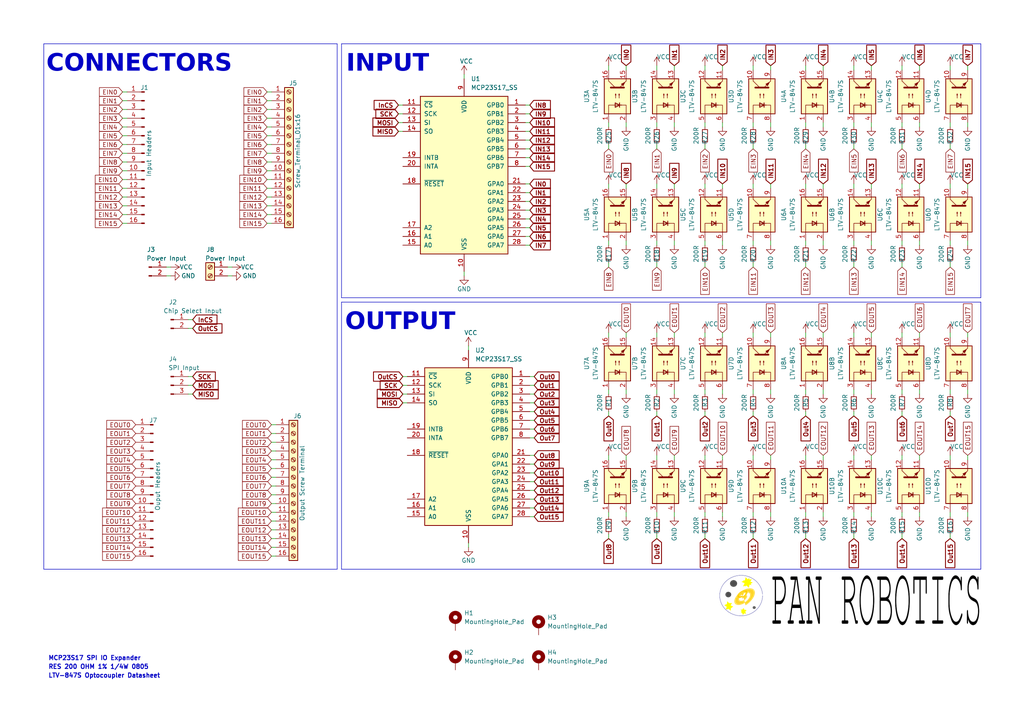
<source format=kicad_sch>
(kicad_sch (version 20230121) (generator eeschema)
  (paper "A4")
  (title_block (title "Robust IO Expander") (date "2023-09-18") (rev "V1") (company "Pan Robotics Ltd") (comment 1 "2"))
  (polyline (pts (xy 284.48 87.63) (xy 99.06 87.63)))
  (wire (pts (xy 176.53 77.47) (xy 176.53 76.2)))
  (wire (pts (xy 78.74 130.81) (xy 80.01 130.81)))
  (wire (pts (xy 233.68 96.52) (xy 233.68 97.79)))
  (wire (pts (xy 223.52 132.08) (xy 223.52 133.35)))
  (wire (pts (xy 218.44 71.12) (xy 218.44 69.85)))
  (wire (pts (xy 154.94 144.78) (xy 153.67 144.78)))
  (polyline (pts (xy 99.06 87.63) (xy 99.06 165.1)))
  (wire (pts (xy 238.76 35.56) (xy 238.76 36.83)))
  (wire (pts (xy 67.31 77.47) (xy 66.04 77.47)))
  (wire (pts (xy 233.68 19.05) (xy 233.68 20.32)))
  (wire (pts (xy 190.5 43.18) (xy 190.5 41.91)))
  (wire (pts (xy 77.47 31.75) (xy 78.74 31.75)))
  (wire (pts (xy 181.61 114.3) (xy 181.61 113.03)))
  (wire (pts (xy 154.94 149.86) (xy 153.67 149.86)))
  (wire (pts (xy 261.62 96.52) (xy 261.62 97.79)))
  (wire (pts (xy 238.76 53.34) (xy 238.76 54.61)))
  (wire (pts (xy 77.47 34.29) (xy 78.74 34.29)))
  (wire (pts (xy 77.47 62.23) (xy 78.74 62.23)))
  (wire (pts (xy 252.73 114.3) (xy 252.73 113.03)))
  (wire (pts (xy 190.5 132.08) (xy 190.5 133.35)))
  (wire (pts (xy 275.59 149.86) (xy 275.59 148.59)))
  (wire (pts (xy 116.84 116.84) (xy 118.11 116.84)))
  (polyline (pts (xy 284.48 87.63) (xy 284.48 165.1)))
  (wire (pts (xy 154.94 116.84) (xy 153.67 116.84)))
  (wire (pts (xy 55.88 109.22) (xy 54.61 109.22)))
  (wire (pts (xy 77.47 26.67) (xy 78.74 26.67)))
  (wire (pts (xy 115.57 35.56) (xy 116.84 35.56)))
  (wire (pts (xy 78.74 140.97) (xy 80.01 140.97)))
  (wire (pts (xy 218.44 77.47) (xy 218.44 76.2)))
  (wire (pts (xy 195.58 69.85) (xy 195.58 71.12)))
  (wire (pts (xy 190.5 120.65) (xy 190.5 119.38)))
  (wire (pts (xy 209.55 19.05) (xy 209.55 20.32)))
  (wire (pts (xy 261.62 19.05) (xy 261.62 20.32)))
  (polyline (pts (xy 12.7 12.7) (xy 97.79 12.7)))
  (wire (pts (xy 116.84 111.76) (xy 118.11 111.76)))
  (wire (pts (xy 154.94 119.38) (xy 153.67 119.38)))
  (wire (pts (xy 238.76 149.86) (xy 238.76 148.59)))
  (wire (pts (xy 153.67 63.5) (xy 152.4 63.5)))
  (wire (pts (xy 77.47 41.91) (xy 78.74 41.91)))
  (wire (pts (xy 153.67 71.12) (xy 152.4 71.12)))
  (wire (pts (xy 218.44 154.94) (xy 218.44 156.21)))
  (wire (pts (xy 204.47 156.21) (xy 204.47 154.94)))
  (wire (pts (xy 78.74 125.73) (xy 80.01 125.73)))
  (wire (pts (xy 280.67 132.08) (xy 280.67 133.35)))
  (wire (pts (xy 154.94 114.3) (xy 153.67 114.3)))
  (wire (pts (xy 181.61 149.86) (xy 181.61 148.59)))
  (wire (pts (xy 77.47 64.77) (xy 78.74 64.77)))
  (wire (pts (xy 176.53 36.83) (xy 176.53 35.56)))
  (wire (pts (xy 78.74 143.51) (xy 80.01 143.51)))
  (wire (pts (xy 218.44 19.05) (xy 218.44 20.32)))
  (wire (pts (xy 176.53 132.08) (xy 176.53 133.35)))
  (wire (pts (xy 233.68 132.08) (xy 233.68 133.35)))
  (wire (pts (xy 55.88 111.76) (xy 54.61 111.76)))
  (wire (pts (xy 78.74 133.35) (xy 80.01 133.35)))
  (wire (pts (xy 55.88 114.3) (xy 54.61 114.3)))
  (wire (pts (xy 116.84 109.22) (xy 118.11 109.22)))
  (wire (pts (xy 67.31 80.01) (xy 66.04 80.01)))
  (wire (pts (xy 204.47 114.3) (xy 204.47 113.03)))
  (wire (pts (xy 223.52 149.86) (xy 223.52 148.59)))
  (wire (pts (xy 190.5 53.34) (xy 190.5 54.61)))
  (wire (pts (xy 154.94 121.92) (xy 153.67 121.92)))
  (wire (pts (xy 190.5 96.52) (xy 190.5 97.79)))
  (wire (pts (xy 233.68 114.3) (xy 233.68 113.03)))
  (wire (pts (xy 261.62 71.12) (xy 261.62 69.85)))
  (wire (pts (xy 153.67 48.26) (xy 152.4 48.26)))
  (wire (pts (xy 223.52 69.85) (xy 223.52 71.12)))
  (wire (pts (xy 247.65 96.52) (xy 247.65 97.79)))
  (wire (pts (xy 223.52 114.3) (xy 223.52 113.03)))
  (wire (pts (xy 77.47 54.61) (xy 78.74 54.61)))
  (wire (pts (xy 247.65 77.47) (xy 247.65 76.2)))
  (wire (pts (xy 153.67 66.04) (xy 152.4 66.04)))
  (wire (pts (xy 209.55 35.56) (xy 209.55 36.83)))
  (wire (pts (xy 238.76 19.05) (xy 238.76 20.32)))
  (wire (pts (xy 181.61 35.56) (xy 181.61 36.83)))
  (wire (pts (xy 280.67 96.52) (xy 280.67 97.79)))
  (wire (pts (xy 247.65 43.18) (xy 247.65 41.91)))
  (wire (pts (xy 77.47 39.37) (xy 78.74 39.37)))
  (wire (pts (xy 204.47 96.52) (xy 204.47 97.79)))
  (wire (pts (xy 266.7 53.34) (xy 266.7 54.61)))
  (wire (pts (xy 154.94 132.08) (xy 153.67 132.08)))
  (wire (pts (xy 275.59 96.52) (xy 275.59 97.79)))
  (wire (pts (xy 247.65 36.83) (xy 247.65 35.56)))
  (wire (pts (xy 35.56 52.07) (xy 36.83 52.07)))
  (wire (pts (xy 247.65 53.34) (xy 247.65 54.61)))
  (wire (pts (xy 233.68 156.21) (xy 233.68 154.94)))
  (wire (pts (xy 153.67 58.42) (xy 152.4 58.42)))
  (wire (pts (xy 233.68 71.12) (xy 233.68 69.85)))
  (wire (pts (xy 209.55 132.08) (xy 209.55 133.35)))
  (wire (pts (xy 154.94 137.16) (xy 153.67 137.16)))
  (wire (pts (xy 176.53 114.3) (xy 176.53 113.03)))
  (wire (pts (xy 247.65 156.21) (xy 247.65 154.94)))
  (wire (pts (xy 266.7 69.85) (xy 266.7 71.12)))
  (wire (pts (xy 134.62 80.01) (xy 134.62 78.74)))
  (wire (pts (xy 153.67 55.88) (xy 152.4 55.88)))
  (wire (pts (xy 223.52 53.34) (xy 223.52 54.61)))
  (polyline (pts (xy 99.06 165.1) (xy 284.48 165.1)))
  (wire (pts (xy 280.67 149.86) (xy 280.67 148.59)))
  (wire (pts (xy 35.56 31.75) (xy 36.83 31.75)))
  (wire (pts (xy 78.74 128.27) (xy 80.01 128.27)))
  (wire (pts (xy 204.47 71.12) (xy 204.47 69.85)))
  (wire (pts (xy 233.68 149.86) (xy 233.68 148.59)))
  (wire (pts (xy 55.88 92.71) (xy 54.61 92.71)))
  (wire (pts (xy 77.47 36.83) (xy 78.74 36.83)))
  (wire (pts (xy 77.47 49.53) (xy 78.74 49.53)))
  (wire (pts (xy 280.67 69.85) (xy 280.67 71.12)))
  (wire (pts (xy 77.47 44.45) (xy 78.74 44.45)))
  (wire (pts (xy 176.53 96.52) (xy 176.53 97.79)))
  (wire (pts (xy 35.56 44.45) (xy 36.83 44.45)))
  (wire (pts (xy 233.68 53.34) (xy 233.68 54.61)))
  (wire (pts (xy 252.73 35.56) (xy 252.73 36.83)))
  (wire (pts (xy 77.47 52.07) (xy 78.74 52.07)))
  (polyline (pts (xy 99.06 86.36) (xy 284.48 86.36)))
  (wire (pts (xy 190.5 19.05) (xy 190.5 20.32)))
  (wire (pts (xy 35.56 34.29) (xy 36.83 34.29)))
  (wire (pts (xy 266.7 35.56) (xy 266.7 36.83)))
  (wire (pts (xy 223.52 96.52) (xy 223.52 97.79)))
  (wire (pts (xy 181.61 53.34) (xy 181.61 54.61)))
  (wire (pts (xy 266.7 114.3) (xy 266.7 113.03)))
  (wire (pts (xy 153.67 43.18) (xy 152.4 43.18)))
  (wire (pts (xy 247.65 120.65) (xy 247.65 119.38)))
  (wire (pts (xy 238.76 132.08) (xy 238.76 133.35)))
  (wire (pts (xy 49.53 77.47) (xy 48.26 77.47)))
  (wire (pts (xy 153.67 38.1) (xy 152.4 38.1)))
  (wire (pts (xy 252.73 53.34) (xy 252.73 54.61)))
  (wire (pts (xy 275.59 132.08) (xy 275.59 133.35)))
  (wire (pts (xy 176.53 53.34) (xy 176.53 54.61)))
  (wire (pts (xy 261.62 77.47) (xy 261.62 76.2)))
  (wire (pts (xy 218.44 120.65) (xy 218.44 119.38)))
  (wire (pts (xy 115.57 38.1) (xy 116.84 38.1)))
  (wire (pts (xy 261.62 43.18) (xy 261.62 41.91)))
  (wire (pts (xy 78.74 146.05) (xy 80.01 146.05)))
  (polyline (pts (xy 97.79 165.1) (xy 12.7 165.1)))
  (wire (pts (xy 154.94 124.46) (xy 153.67 124.46)))
  (wire (pts (xy 204.47 77.47) (xy 204.47 76.2)))
  (wire (pts (xy 190.5 114.3) (xy 190.5 113.03)))
  (wire (pts (xy 116.84 114.3) (xy 118.11 114.3)))
  (polyline (pts (xy 99.06 12.7) (xy 99.06 86.36)))
  (wire (pts (xy 195.58 53.34) (xy 195.58 54.61)))
  (wire (pts (xy 134.62 21.59) (xy 134.62 22.86)))
  (wire (pts (xy 223.52 35.56) (xy 223.52 36.83)))
  (wire (pts (xy 78.74 138.43) (xy 80.01 138.43)))
  (wire (pts (xy 204.47 120.65) (xy 204.47 119.38)))
  (wire (pts (xy 35.56 39.37) (xy 36.83 39.37)))
  (wire (pts (xy 176.53 19.05) (xy 176.53 20.32)))
  (wire (pts (xy 247.65 149.86) (xy 247.65 148.59)))
  (wire (pts (xy 77.47 59.69) (xy 78.74 59.69)))
  (wire (pts (xy 275.59 77.47) (xy 275.59 76.2)))
  (wire (pts (xy 154.94 142.24) (xy 153.67 142.24)))
  (wire (pts (xy 35.56 54.61) (xy 36.83 54.61)))
  (wire (pts (xy 252.73 96.52) (xy 252.73 97.79)))
  (wire (pts (xy 266.7 149.86) (xy 266.7 148.59)))
  (wire (pts (xy 195.58 132.08) (xy 195.58 133.35)))
  (wire (pts (xy 195.58 35.56) (xy 195.58 36.83)))
  (wire (pts (xy 176.53 71.12) (xy 176.53 69.85)))
  (wire (pts (xy 190.5 156.21) (xy 190.5 154.94)))
  (wire (pts (xy 176.53 149.86) (xy 176.53 148.59)))
  (wire (pts (xy 154.94 139.7) (xy 153.67 139.7)))
  (wire (pts (xy 181.61 96.52) (xy 181.61 97.79)))
  (wire (pts (xy 209.55 69.85) (xy 209.55 71.12)))
  (wire (pts (xy 275.59 43.18) (xy 275.59 41.91)))
  (wire (pts (xy 280.67 19.05) (xy 280.67 20.32)))
  (wire (pts (xy 55.88 95.25) (xy 54.61 95.25)))
  (wire (pts (xy 247.65 114.3) (xy 247.65 113.03)))
  (wire (pts (xy 204.47 53.34) (xy 204.47 54.61)))
  (wire (pts (xy 218.44 53.34) (xy 218.44 54.61)))
  (wire (pts (xy 78.74 135.89) (xy 80.01 135.89)))
  (wire (pts (xy 153.67 35.56) (xy 152.4 35.56)))
  (wire (pts (xy 195.58 149.86) (xy 195.58 148.59)))
  (wire (pts (xy 181.61 69.85) (xy 181.61 71.12)))
  (wire (pts (xy 266.7 19.05) (xy 266.7 20.32)))
  (wire (pts (xy 275.59 120.65) (xy 275.59 119.38)))
  (wire (pts (xy 233.68 77.47) (xy 233.68 76.2)))
  (wire (pts (xy 78.74 156.21) (xy 80.01 156.21)))
  (wire (pts (xy 153.67 68.58) (xy 152.4 68.58)))
  (wire (pts (xy 78.74 158.75) (xy 80.01 158.75)))
  (wire (pts (xy 223.52 19.05) (xy 223.52 20.32)))
  (wire (pts (xy 261.62 156.21) (xy 261.62 154.94)))
  (wire (pts (xy 275.59 36.83) (xy 275.59 35.56)))
  (wire (pts (xy 195.58 96.52) (xy 195.58 97.79)))
  (wire (pts (xy 35.56 62.23) (xy 36.83 62.23)))
  (wire (pts (xy 238.76 96.52) (xy 238.76 97.79)))
  (wire (pts (xy 35.56 36.83) (xy 36.83 36.83)))
  (wire (pts (xy 135.89 100.33) (xy 135.89 101.6)))
  (wire (pts (xy 275.59 71.12) (xy 275.59 69.85)))
  (wire (pts (xy 252.73 69.85) (xy 252.73 71.12)))
  (wire (pts (xy 78.74 153.67) (xy 80.01 153.67)))
  (wire (pts (xy 204.47 19.05) (xy 204.47 20.32)))
  (wire (pts (xy 209.55 53.34) (xy 209.55 54.61)))
  (wire (pts (xy 275.59 53.34) (xy 275.59 54.61)))
  (polyline (pts (xy 12.7 165.1) (xy 12.7 12.7)))
  (wire (pts (xy 261.62 132.08) (xy 261.62 133.35)))
  (wire (pts (xy 153.67 40.64) (xy 152.4 40.64)))
  (wire (pts (xy 153.67 30.48) (xy 152.4 30.48)))
  (wire (pts (xy 233.68 36.83) (xy 233.68 35.56)))
  (wire (pts (xy 176.53 120.65) (xy 176.53 119.38)))
  (wire (pts (xy 218.44 36.83) (xy 218.44 35.56)))
  (wire (pts (xy 238.76 69.85) (xy 238.76 71.12)))
  (wire (pts (xy 77.47 57.15) (xy 78.74 57.15)))
  (wire (pts (xy 35.56 41.91) (xy 36.83 41.91)))
  (wire (pts (xy 181.61 132.08) (xy 181.61 133.35)))
  (wire (pts (xy 275.59 156.21) (xy 275.59 154.94)))
  (wire (pts (xy 35.56 29.21) (xy 36.83 29.21)))
  (wire (pts (xy 261.62 149.86) (xy 261.62 148.59)))
  (wire (pts (xy 154.94 134.62) (xy 153.67 134.62)))
  (wire (pts (xy 280.67 53.34) (xy 280.67 54.61)))
  (wire (pts (xy 218.44 43.18) (xy 218.44 41.91)))
  (wire (pts (xy 78.74 151.13) (xy 80.01 151.13)))
  (wire (pts (xy 252.73 19.05) (xy 252.73 20.32)))
  (wire (pts (xy 77.47 29.21) (xy 78.74 29.21)))
  (wire (pts (xy 190.5 36.83) (xy 190.5 35.56)))
  (polyline (pts (xy 284.48 12.7) (xy 99.06 12.7)))
  (wire (pts (xy 35.56 64.77) (xy 36.83 64.77)))
  (wire (pts (xy 247.65 19.05) (xy 247.65 20.32)))
  (wire (pts (xy 195.58 19.05) (xy 195.58 20.32)))
  (wire (pts (xy 233.68 120.65) (xy 233.68 119.38)))
  (wire (pts (xy 261.62 120.65) (xy 261.62 119.38)))
  (wire (pts (xy 218.44 148.59) (xy 218.44 149.86)))
  (wire (pts (xy 275.59 19.05) (xy 275.59 20.32)))
  (wire (pts (xy 115.57 33.02) (xy 116.84 33.02)))
  (wire (pts (xy 181.61 19.05) (xy 181.61 20.32)))
  (wire (pts (xy 153.67 53.34) (xy 152.4 53.34)))
  (wire (pts (xy 195.58 114.3) (xy 195.58 113.03)))
  (wire (pts (xy 209.55 149.86) (xy 209.55 148.59)))
  (wire (pts (xy 204.47 43.18) (xy 204.47 41.91)))
  (wire (pts (xy 115.57 30.48) (xy 116.84 30.48)))
  (wire (pts (xy 218.44 96.52) (xy 218.44 97.79)))
  (wire (pts (xy 238.76 114.3) (xy 238.76 113.03)))
  (wire (pts (xy 275.59 114.3) (xy 275.59 113.03)))
  (wire (pts (xy 35.56 57.15) (xy 36.83 57.15)))
  (wire (pts (xy 78.74 148.59) (xy 80.01 148.59)))
  (wire (pts (xy 204.47 132.08) (xy 204.47 133.35)))
  (wire (pts (xy 153.67 33.02) (xy 152.4 33.02)))
  (wire (pts (xy 209.55 114.3) (xy 209.55 113.03)))
  (wire (pts (xy 218.44 114.3) (xy 218.44 113.03)))
  (polyline (pts (xy 284.48 86.36) (xy 284.48 12.7)))
  (wire (pts (xy 233.68 43.18) (xy 233.68 41.91)))
  (wire (pts (xy 78.74 123.19) (xy 80.01 123.19)))
  (wire (pts (xy 204.47 36.83) (xy 204.47 35.56)))
  (wire (pts (xy 176.53 43.18) (xy 176.53 41.91)))
  (wire (pts (xy 35.56 46.99) (xy 36.83 46.99)))
  (wire (pts (xy 135.89 158.75) (xy 135.89 157.48)))
  (wire (pts (xy 49.53 80.01) (xy 48.26 80.01)))
  (wire (pts (xy 261.62 114.3) (xy 261.62 113.03)))
  (wire (pts (xy 261.62 53.34) (xy 261.62 54.61)))
  (wire (pts (xy 154.94 111.76) (xy 153.67 111.76)))
  (wire (pts (xy 190.5 149.86) (xy 190.5 148.59)))
  (wire (pts (xy 190.5 77.47) (xy 190.5 76.2)))
  (wire (pts (xy 154.94 127) (xy 153.67 127)))
  (wire (pts (xy 154.94 109.22) (xy 153.67 109.22)))
  (wire (pts (xy 261.62 36.83) (xy 261.62 35.56)))
  (wire (pts (xy 280.67 35.56) (xy 280.67 36.83)))
  (wire (pts (xy 35.56 59.69) (xy 36.83 59.69)))
  (wire (pts (xy 252.73 149.86) (xy 252.73 148.59)))
  (wire (pts (xy 176.53 156.21) (xy 176.53 154.94)))
  (wire (pts (xy 252.73 132.08) (xy 252.73 133.35)))
  (wire (pts (xy 78.74 161.29) (xy 80.01 161.29)))
  (wire (pts (xy 35.56 26.67) (xy 36.83 26.67)))
  (polyline (pts (xy 97.79 12.7) (xy 97.79 165.1)))
  (wire (pts (xy 154.94 147.32) (xy 153.67 147.32)))
  (wire (pts (xy 266.7 132.08) (xy 266.7 133.35)))
  (wire (pts (xy 190.5 71.12) (xy 190.5 69.85)))
  (wire (pts (xy 209.55 96.52) (xy 209.55 97.79)))
  (wire (pts (xy 218.44 132.08) (xy 218.44 133.35)))
  (wire (pts (xy 153.67 45.72) (xy 152.4 45.72)))
  (wire (pts (xy 35.56 49.53) (xy 36.83 49.53)))
  (wire (pts (xy 153.67 60.96) (xy 152.4 60.96)))
  (wire (pts (xy 266.7 96.52) (xy 266.7 97.79)))
  (wire (pts (xy 247.65 71.12) (xy 247.65 69.85)))
  (wire (pts (xy 280.67 114.3) (xy 280.67 113.03)))
  (wire (pts (xy 204.47 149.86) (xy 204.47 148.59)))
  (wire (pts (xy 247.65 132.08) (xy 247.65 133.35)))
  (wire (pts (xy 77.47 46.99) (xy 78.74 46.99)))
  (image (at 246.38 173.99) (scale 0.817117))
  (text "RES 200 OHM 1% 1/4W 0805" (at 13.97 194.31 0) (effects (font (size 1.27 1.27) bold) (justify left bottom)))
  (text "INPUT" (at 124.46 22.86 0) (effects (font (size 5 5) (thickness 0.254) bold) (justify right bottom)))
  (text "LTV-847S Optocoupler Datasheet" (at 13.97 196.85 0) (effects (font (size 1.27 1.27) (thickness 0.254) bold) (justify left bottom)))
  (text "CONNECTORS" (at 67.31 22.86 0) (effects (font (size 5 5) (thickness 0.254) bold) (justify right bottom)))
  (text "OUTPUT\n" (at 132.08 97.79 0) (effects (font (size 5 5) (thickness 0.254) bold) (justify right bottom)))
  (text "MCP23S17 SPI IO Expander" (at 13.97 191.77 0) (effects (font (size 1.27 1.27) bold) (justify left bottom)))
  (global_label "EIN10" (shape input) (at 77.47 52.07 180) (property "Intersheetrefs" "${INTERSHEET_REFS}" (effects hide)))
  (global_label "IN13" (shape input) (at 153.67 43.18 0) (effects (font bold)) (property "Intersheetrefs" "${INTERSHEET_REFS}" (effects hide)))
  (global_label "EIN11" (shape input) (at 77.47 54.61 180) (property "Intersheetrefs" "${INTERSHEET_REFS}" (effects hide)))
  (global_label "EIN1" (shape input) (at 190.5 43.18 270) (property "Intersheetrefs" "${INTERSHEET_REFS}" (effects hide)))
  (global_label "EOUT5" (shape input) (at 252.73 96.52 90) (property "Intersheetrefs" "${INTERSHEET_REFS}" (effects hide)))
  (global_label "EIN1" (shape input) (at 35.56 29.21 180) (property "Intersheetrefs" "${INTERSHEET_REFS}" (effects hide)))
  (global_label "EIN13" (shape input) (at 35.56 59.69 180) (property "Intersheetrefs" "${INTERSHEET_REFS}" (effects hide)))
  (global_label "EIN9" (shape input) (at 77.47 49.53 180) (property "Intersheetrefs" "${INTERSHEET_REFS}" (effects hide)))
  (global_label "InCS" (shape input) (at 115.57 30.48 180) (effects (font bold)) (property "Intersheetrefs" "${INTERSHEET_REFS}" (effects hide)))
  (global_label "EIN5" (shape input) (at 247.65 43.18 270) (property "Intersheetrefs" "${INTERSHEET_REFS}" (effects hide)))
  (global_label "EIN11" (shape input) (at 218.44 77.47 270) (property "Intersheetrefs" "${INTERSHEET_REFS}" (effects hide)))
  (global_label "EIN4" (shape input) (at 35.56 36.83 180) (property "Intersheetrefs" "${INTERSHEET_REFS}" (effects hide)))
  (global_label "EOUT0" (shape input) (at 181.61 96.52 90) (property "Intersheetrefs" "${INTERSHEET_REFS}" (effects hide)))
  (global_label "EIN5" (shape input) (at 35.56 39.37 180) (property "Intersheetrefs" "${INTERSHEET_REFS}" (effects hide)))
  (global_label "EOUT12" (shape input) (at 238.76 132.08 90) (property "Intersheetrefs" "${INTERSHEET_REFS}" (effects hide)))
  (global_label "EIN2" (shape input) (at 204.47 43.18 270) (property "Intersheetrefs" "${INTERSHEET_REFS}" (effects hide)))
  (global_label "Out15" (shape input) (at 154.94 149.86 0) (effects (font bold)) (property "Intersheetrefs" "${INTERSHEET_REFS}" (effects hide)))
  (global_label "EIN7" (shape input) (at 275.59 43.18 270) (property "Intersheetrefs" "${INTERSHEET_REFS}" (effects hide)))
  (global_label "IN12" (shape input) (at 238.76 53.34 90) (effects (font bold)) (property "Intersheetrefs" "${INTERSHEET_REFS}" (effects hide)))
  (global_label "EOUT15" (shape input) (at 280.67 132.08 90) (property "Intersheetrefs" "${INTERSHEET_REFS}" (effects hide)))
  (global_label "IN5" (shape input) (at 252.73 19.05 90) (effects (font bold)) (property "Intersheetrefs" "${INTERSHEET_REFS}" (effects hide)))
  (global_label "EOUT8" (shape input) (at 39.37 143.51 180) (property "Intersheetrefs" "${INTERSHEET_REFS}" (effects hide)))
  (global_label "EOUT5" (shape input) (at 39.37 135.89 180) (property "Intersheetrefs" "${INTERSHEET_REFS}" (effects hide)))
  (global_label "MOSI" (shape input) (at 55.88 111.76 0) (effects (font bold)) (property "Intersheetrefs" "${INTERSHEET_REFS}" (effects hide)))
  (global_label "Out5" (shape input) (at 154.94 121.92 0) (effects (font bold)) (property "Intersheetrefs" "${INTERSHEET_REFS}" (effects hide)))
  (global_label "EOUT6" (shape input) (at 78.74 138.43 180) (property "Intersheetrefs" "${INTERSHEET_REFS}" (effects hide)))
  (global_label "MOSI" (shape input) (at 115.57 35.56 180) (effects (font bold)) (property "Intersheetrefs" "${INTERSHEET_REFS}" (effects hide)))
  (global_label "EIN3" (shape input) (at 218.44 43.18 270) (property "Intersheetrefs" "${INTERSHEET_REFS}" (effects hide)))
  (global_label "Out12" (shape input) (at 233.68 156.21 270) (effects (font bold)) (property "Intersheetrefs" "${INTERSHEET_REFS}" (effects hide)))
  (global_label "EIN8" (shape input) (at 77.47 46.99 180) (property "Intersheetrefs" "${INTERSHEET_REFS}" (effects hide)))
  (global_label "EOUT4" (shape input) (at 238.76 96.52 90) (property "Intersheetrefs" "${INTERSHEET_REFS}" (effects hide)))
  (global_label "OutCS" (shape input) (at 116.84 109.22 180) (effects (font bold)) (property "Intersheetrefs" "${INTERSHEET_REFS}" (effects hide)))
  (global_label "IN4" (shape input) (at 153.67 63.5 0) (effects (font bold)) (property "Intersheetrefs" "${INTERSHEET_REFS}" (effects hide)))
  (global_label "EOUT0" (shape input) (at 78.74 123.19 180) (property "Intersheetrefs" "${INTERSHEET_REFS}" (effects hide)))
  (global_label "EOUT13" (shape input) (at 39.37 156.21 180) (property "Intersheetrefs" "${INTERSHEET_REFS}" (effects hide)))
  (global_label "IN0" (shape input) (at 181.61 19.05 90) (effects (font bold)) (property "Intersheetrefs" "${INTERSHEET_REFS}" (effects hide)))
  (global_label "EOUT2" (shape input) (at 39.37 128.27 180) (property "Intersheetrefs" "${INTERSHEET_REFS}" (effects hide)))
  (global_label "EIN14" (shape input) (at 261.62 77.47 270) (property "Intersheetrefs" "${INTERSHEET_REFS}" (effects hide)))
  (global_label "EIN2" (shape input) (at 35.56 31.75 180) (property "Intersheetrefs" "${INTERSHEET_REFS}" (effects hide)))
  (global_label "EIN2" (shape input) (at 77.47 31.75 180) (property "Intersheetrefs" "${INTERSHEET_REFS}" (effects hide)))
  (global_label "EOUT1" (shape input) (at 39.37 125.73 180) (property "Intersheetrefs" "${INTERSHEET_REFS}" (effects hide)))
  (global_label "MISO" (shape input) (at 55.88 114.3 0) (effects (font bold)) (property "Intersheetrefs" "${INTERSHEET_REFS}" (effects hide)))
  (global_label "IN10" (shape input) (at 153.67 35.56 0) (effects (font bold)) (property "Intersheetrefs" "${INTERSHEET_REFS}" (effects hide)))
  (global_label "EOUT3" (shape input) (at 223.52 96.52 90) (property "Intersheetrefs" "${INTERSHEET_REFS}" (effects hide)))
  (global_label "Out9" (shape input) (at 154.94 134.62 0) (effects (font bold)) (property "Intersheetrefs" "${INTERSHEET_REFS}" (effects hide)))
  (global_label "EOUT1" (shape input) (at 195.58 96.52 90) (property "Intersheetrefs" "${INTERSHEET_REFS}" (effects hide)))
  (global_label "IN1" (shape input) (at 153.67 55.88 0) (effects (font bold)) (property "Intersheetrefs" "${INTERSHEET_REFS}" (effects hide)))
  (global_label "EOUT11" (shape input) (at 39.37 151.13 180) (property "Intersheetrefs" "${INTERSHEET_REFS}" (effects hide)))
  (global_label "IN9" (shape input) (at 153.67 33.02 0) (effects (font bold)) (property "Intersheetrefs" "${INTERSHEET_REFS}" (effects hide)))
  (global_label "EIN14" (shape input) (at 77.47 62.23 180) (property "Intersheetrefs" "${INTERSHEET_REFS}" (effects hide)))
  (global_label "EIN14" (shape input) (at 35.56 62.23 180) (property "Intersheetrefs" "${INTERSHEET_REFS}" (effects hide)))
  (global_label "IN15" (shape input) (at 153.67 48.26 0) (effects (font bold)) (property "Intersheetrefs" "${INTERSHEET_REFS}" (effects hide)))
  (global_label "Out10" (shape input) (at 154.94 137.16 0) (effects (font bold)) (property "Intersheetrefs" "${INTERSHEET_REFS}" (effects hide)))
  (global_label "Out3" (shape input) (at 154.94 116.84 0) (effects (font bold)) (property "Intersheetrefs" "${INTERSHEET_REFS}" (effects hide)))
  (global_label "EOUT15" (shape input) (at 39.37 161.29 180) (property "Intersheetrefs" "${INTERSHEET_REFS}" (effects hide)))
  (global_label "IN2" (shape input) (at 153.67 58.42 0) (effects (font bold)) (property "Intersheetrefs" "${INTERSHEET_REFS}" (effects hide)))
  (global_label "EOUT11" (shape input) (at 223.52 132.08 90) (property "Intersheetrefs" "${INTERSHEET_REFS}" (effects hide)))
  (global_label "EIN9" (shape input) (at 35.56 49.53 180) (property "Intersheetrefs" "${INTERSHEET_REFS}" (effects hide)))
  (global_label "Out1" (shape input) (at 154.94 111.76 0) (effects (font bold)) (property "Intersheetrefs" "${INTERSHEET_REFS}" (effects hide)))
  (global_label "EOUT6" (shape input) (at 266.7 96.52 90) (property "Intersheetrefs" "${INTERSHEET_REFS}" (effects hide)))
  (global_label "Out4" (shape input) (at 233.68 120.65 270) (effects (font bold)) (property "Intersheetrefs" "${INTERSHEET_REFS}" (effects hide)))
  (global_label "EOUT2" (shape input) (at 209.55 96.52 90) (property "Intersheetrefs" "${INTERSHEET_REFS}" (effects hide)))
  (global_label "EIN6" (shape input) (at 77.47 41.91 180) (property "Intersheetrefs" "${INTERSHEET_REFS}" (effects hide)))
  (global_label "EOUT11" (shape input) (at 78.74 151.13 180) (property "Intersheetrefs" "${INTERSHEET_REFS}" (effects hide)))
  (global_label "Out11" (shape input) (at 154.94 139.7 0) (effects (font bold)) (property "Intersheetrefs" "${INTERSHEET_REFS}" (effects hide)))
  (global_label "EOUT2" (shape input) (at 78.74 128.27 180) (property "Intersheetrefs" "${INTERSHEET_REFS}" (effects hide)))
  (global_label "EIN12" (shape input) (at 233.68 77.47 270) (property "Intersheetrefs" "${INTERSHEET_REFS}" (effects hide)))
  (global_label "EOUT9" (shape input) (at 78.74 146.05 180) (property "Intersheetrefs" "${INTERSHEET_REFS}" (effects hide)))
  (global_label "EOUT7" (shape input) (at 39.37 140.97 180) (property "Intersheetrefs" "${INTERSHEET_REFS}" (effects hide)))
  (global_label "EIN4" (shape input) (at 77.47 36.83 180) (property "Intersheetrefs" "${INTERSHEET_REFS}" (effects hide)))
  (global_label "IN6" (shape input) (at 266.7 19.05 90) (effects (font bold)) (property "Intersheetrefs" "${INTERSHEET_REFS}" (effects hide)))
  (global_label "SCK" (shape input) (at 116.84 111.76 180) (effects (font bold)) (property "Intersheetrefs" "${INTERSHEET_REFS}" (effects hide)))
  (global_label "EIN12" (shape input) (at 77.47 57.15 180) (property "Intersheetrefs" "${INTERSHEET_REFS}" (effects hide)))
  (global_label "EIN13" (shape input) (at 77.47 59.69 180) (property "Intersheetrefs" "${INTERSHEET_REFS}" (effects hide)))
  (global_label "EOUT10" (shape input) (at 209.55 132.08 90) (property "Intersheetrefs" "${INTERSHEET_REFS}" (effects hide)))
  (global_label "EIN8" (shape input) (at 35.56 46.99 180) (property "Intersheetrefs" "${INTERSHEET_REFS}" (effects hide)))
  (global_label "EOUT3" (shape input) (at 39.37 130.81 180) (property "Intersheetrefs" "${INTERSHEET_REFS}" (effects hide)))
  (global_label "MISO" (shape input) (at 116.84 116.84 180) (effects (font bold)) (property "Intersheetrefs" "${INTERSHEET_REFS}" (effects hide)))
  (global_label "Out1" (shape input) (at 190.5 120.65 270) (effects (font bold)) (property "Intersheetrefs" "${INTERSHEET_REFS}" (effects hide)))
  (global_label "Out15" (shape input) (at 275.59 156.21 270) (effects (font bold)) (property "Intersheetrefs" "${INTERSHEET_REFS}" (effects hide)))
  (global_label "Out10" (shape input) (at 204.47 156.21 270) (effects (font bold)) (property "Intersheetrefs" "${INTERSHEET_REFS}" (effects hide)))
  (global_label "EOUT3" (shape input) (at 78.74 130.81 180) (property "Intersheetrefs" "${INTERSHEET_REFS}" (effects hide)))
  (global_label "EOUT1" (shape input) (at 78.74 125.73 180) (property "Intersheetrefs" "${INTERSHEET_REFS}" (effects hide)))
  (global_label "IN3" (shape input) (at 223.52 19.05 90) (effects (font bold)) (property "Intersheetrefs" "${INTERSHEET_REFS}" (effects hide)))
  (global_label "SCK" (shape input) (at 55.88 109.22 0) (effects (font bold)) (property "Intersheetrefs" "${INTERSHEET_REFS}" (effects hide)))
  (global_label "IN8" (shape input) (at 153.67 30.48 0) (effects (font bold)) (property "Intersheetrefs" "${INTERSHEET_REFS}" (effects hide)))
  (global_label "EOUT13" (shape input) (at 252.73 132.08 90) (property "Intersheetrefs" "${INTERSHEET_REFS}" (effects hide)))
  (global_label "EIN15" (shape input) (at 275.59 77.47 270) (property "Intersheetrefs" "${INTERSHEET_REFS}" (effects hide)))
  (global_label "Out8" (shape input) (at 154.94 132.08 0) (effects (font bold)) (property "Intersheetrefs" "${INTERSHEET_REFS}" (effects hide)))
  (global_label "EOUT7" (shape input) (at 280.67 96.52 90) (property "Intersheetrefs" "${INTERSHEET_REFS}" (effects hide)))
  (global_label "IN11" (shape input) (at 153.67 38.1 0) (effects (font bold)) (property "Intersheetrefs" "${INTERSHEET_REFS}" (effects hide)))
  (global_label "IN3" (shape input) (at 153.67 60.96 0) (effects (font bold)) (property "Intersheetrefs" "${INTERSHEET_REFS}" (effects hide)))
  (global_label "IN1" (shape input) (at 195.58 19.05 90) (effects (font bold)) (property "Intersheetrefs" "${INTERSHEET_REFS}" (effects hide)))
  (global_label "Out5" (shape input) (at 247.65 120.65 270) (effects (font bold)) (property "Intersheetrefs" "${INTERSHEET_REFS}" (effects hide)))
  (global_label "EIN15" (shape input) (at 77.47 64.77 180) (property "Intersheetrefs" "${INTERSHEET_REFS}" (effects hide)))
  (global_label "EOUT5" (shape input) (at 78.74 135.89 180) (property "Intersheetrefs" "${INTERSHEET_REFS}" (effects hide)))
  (global_label "Out9" (shape input) (at 190.5 156.21 270) (effects (font bold)) (property "Intersheetrefs" "${INTERSHEET_REFS}" (effects hide)))
  (global_label "EOUT15" (shape input) (at 78.74 161.29 180) (property "Intersheetrefs" "${INTERSHEET_REFS}" (effects hide)))
  (global_label "EOUT4" (shape input) (at 78.74 133.35 180) (property "Intersheetrefs" "${INTERSHEET_REFS}" (effects hide)))
  (global_label "EIN13" (shape input) (at 247.65 77.47 270) (property "Intersheetrefs" "${INTERSHEET_REFS}" (effects hide)))
  (global_label "EOUT14" (shape input) (at 266.7 132.08 90) (property "Intersheetrefs" "${INTERSHEET_REFS}" (effects hide)))
  (global_label "EIN12" (shape input) (at 35.56 57.15 180) (property "Intersheetrefs" "${INTERSHEET_REFS}" (effects hide)))
  (global_label "InCS" (shape input) (at 55.88 92.71 0) (effects (font bold)) (property "Intersheetrefs" "${INTERSHEET_REFS}" (effects hide)))
  (global_label "EOUT8" (shape input) (at 181.61 132.08 90) (property "Intersheetrefs" "${INTERSHEET_REFS}" (effects hide)))
  (global_label "IN15" (shape input) (at 280.67 53.34 90) (effects (font bold)) (property "Intersheetrefs" "${INTERSHEET_REFS}" (effects hide)))
  (global_label "Out6" (shape input) (at 261.62 120.65 270) (effects (font bold)) (property "Intersheetrefs" "${INTERSHEET_REFS}" (effects hide)))
  (global_label "EIN11" (shape input) (at 35.56 54.61 180) (property "Intersheetrefs" "${INTERSHEET_REFS}" (effects hide)))
  (global_label "EIN0" (shape input) (at 77.47 26.67 180) (property "Intersheetrefs" "${INTERSHEET_REFS}" (effects hide)))
  (global_label "IN8" (shape input) (at 181.61 53.34 90) (effects (font bold)) (property "Intersheetrefs" "${INTERSHEET_REFS}" (effects hide)))
  (global_label "IN7" (shape input) (at 280.67 19.05 90) (effects (font bold)) (property "Intersheetrefs" "${INTERSHEET_REFS}" (effects hide)))
  (global_label "EOUT14" (shape input) (at 39.37 158.75 180) (property "Intersheetrefs" "${INTERSHEET_REFS}" (effects hide)))
  (global_label "EOUT12" (shape input) (at 78.74 153.67 180) (property "Intersheetrefs" "${INTERSHEET_REFS}" (effects hide)))
  (global_label "Out0" (shape input) (at 176.53 120.65 270) (effects (font bold)) (property "Intersheetrefs" "${INTERSHEET_REFS}" (effects hide)))
  (global_label "IN14" (shape input) (at 266.7 53.34 90) (effects (font bold)) (property "Intersheetrefs" "${INTERSHEET_REFS}" (effects hide)))
  (global_label "Out14" (shape input) (at 154.94 147.32 0) (effects (font bold)) (property "Intersheetrefs" "${INTERSHEET_REFS}" (effects hide)))
  (global_label "MISO" (shape input) (at 115.57 38.1 180) (effects (font bold)) (property "Intersheetrefs" "${INTERSHEET_REFS}" (effects hide)))
  (global_label "EIN4" (shape input) (at 233.68 43.18 270) (property "Intersheetrefs" "${INTERSHEET_REFS}" (effects hide)))
  (global_label "IN11" (shape input) (at 223.52 53.34 90) (effects (font bold)) (property "Intersheetrefs" "${INTERSHEET_REFS}" (effects hide)))
  (global_label "Out14" (shape input) (at 261.62 156.21 270) (effects (font bold)) (property "Intersheetrefs" "${INTERSHEET_REFS}" (effects hide)))
  (global_label "IN2" (shape input) (at 209.55 19.05 90) (effects (font bold)) (property "Intersheetrefs" "${INTERSHEET_REFS}" (effects hide)))
  (global_label "EOUT8" (shape input) (at 78.74 143.51 180) (property "Intersheetrefs" "${INTERSHEET_REFS}" (effects hide)))
  (global_label "Out8" (shape input) (at 176.53 156.21 270) (effects (font bold)) (property "Intersheetrefs" "${INTERSHEET_REFS}" (effects hide)))
  (global_label "IN10" (shape input) (at 209.55 53.34 90) (effects (font bold)) (property "Intersheetrefs" "${INTERSHEET_REFS}" (effects hide)))
  (global_label "EOUT0" (shape input) (at 39.37 123.19 180) (property "Intersheetrefs" "${INTERSHEET_REFS}" (effects hide)))
  (global_label "EOUT6" (shape input) (at 39.37 138.43 180) (property "Intersheetrefs" "${INTERSHEET_REFS}" (effects hide)))
  (global_label "IN6" (shape input) (at 153.67 68.58 0) (effects (font bold)) (property "Intersheetrefs" "${INTERSHEET_REFS}" (effects hide)))
  (global_label "EIN3" (shape input) (at 35.56 34.29 180) (property "Intersheetrefs" "${INTERSHEET_REFS}" (effects hide)))
  (global_label "EIN6" (shape input) (at 261.62 43.18 270) (property "Intersheetrefs" "${INTERSHEET_REFS}" (effects hide)))
  (global_label "MOSI" (shape input) (at 116.84 114.3 180) (effects (font bold)) (property "Intersheetrefs" "${INTERSHEET_REFS}" (effects hide)))
  (global_label "EIN1" (shape input) (at 77.47 29.21 180) (property "Intersheetrefs" "${INTERSHEET_REFS}" (effects hide)))
  (global_label "EIN0" (shape input) (at 176.53 43.18 270) (property "Intersheetrefs" "${INTERSHEET_REFS}" (effects hide)))
  (global_label "IN13" (shape input) (at 252.73 53.34 90) (effects (font bold)) (property "Intersheetrefs" "${INTERSHEET_REFS}" (effects hide)))
  (global_label "EIN7" (shape input) (at 35.56 44.45 180) (property "Intersheetrefs" "${INTERSHEET_REFS}" (effects hide)))
  (global_label "Out0" (shape input) (at 154.94 109.22 0) (effects (font bold)) (property "Intersheetrefs" "${INTERSHEET_REFS}" (effects hide)))
  (global_label "EOUT7" (shape input) (at 78.74 140.97 180) (property "Intersheetrefs" "${INTERSHEET_REFS}" (effects hide)))
  (global_label "IN5" (shape input) (at 153.67 66.04 0) (effects (font bold)) (property "Intersheetrefs" "${INTERSHEET_REFS}" (effects hide)))
  (global_label "IN7" (shape input) (at 153.67 71.12 0) (effects (font bold)) (property "Intersheetrefs" "${INTERSHEET_REFS}" (effects hide)))
  (global_label "Out2" (shape input) (at 154.94 114.3 0) (effects (font bold)) (property "Intersheetrefs" "${INTERSHEET_REFS}" (effects hide)))
  (global_label "Out13" (shape input) (at 247.65 156.21 270) (effects (font bold)) (property "Intersheetrefs" "${INTERSHEET_REFS}" (effects hide)))
  (global_label "Out13" (shape input) (at 154.94 144.78 0) (effects (font bold)) (property "Intersheetrefs" "${INTERSHEET_REFS}" (effects hide)))
  (global_label "EIN8" (shape input) (at 176.53 77.47 270) (property "Intersheetrefs" "${INTERSHEET_REFS}" (effects hide)))
  (global_label "EIN6" (shape input) (at 35.56 41.91 180) (property "Intersheetrefs" "${INTERSHEET_REFS}" (effects hide)))
  (global_label "IN0" (shape input) (at 153.67 53.34 0) (effects (font bold)) (property "Intersheetrefs" "${INTERSHEET_REFS}" (effects hide)))
  (global_label "IN9" (shape input) (at 195.58 53.34 90) (effects (font bold)) (property "Intersheetrefs" "${INTERSHEET_REFS}" (effects hide)))
  (global_label "OutCS" (shape input) (at 55.88 95.25 0) (effects (font bold)) (property "Intersheetrefs" "${INTERSHEET_REFS}" (effects hide)))
  (global_label "Out2" (shape input) (at 204.47 120.65 270) (effects (font bold)) (property "Intersheetrefs" "${INTERSHEET_REFS}" (effects hide)))
  (global_label "EOUT4" (shape input) (at 39.37 133.35 180) (property "Intersheetrefs" "${INTERSHEET_REFS}" (effects hide)))
  (global_label "EIN9" (shape input) (at 190.5 77.47 270) (property "Intersheetrefs" "${INTERSHEET_REFS}" (effects hide)))
  (global_label "SCK" (shape input) (at 115.57 33.02 180) (effects (font bold)) (property "Intersheetrefs" "${INTERSHEET_REFS}" (effects hide)))
  (global_label "EOUT10" (shape input) (at 39.37 148.59 180) (property "Intersheetrefs" "${INTERSHEET_REFS}" (effects hide)))
  (global_label "EOUT14" (shape input) (at 78.74 158.75 180) (property "Intersheetrefs" "${INTERSHEET_REFS}" (effects hide)))
  (global_label "Out11" (shape input) (at 218.44 156.21 270) (effects (font bold)) (property "Intersheetrefs" "${INTERSHEET_REFS}" (effects hide)))
  (global_label "EIN15" (shape input) (at 35.56 64.77 180) (property "Intersheetrefs" "${INTERSHEET_REFS}" (effects hide)))
  (global_label "Out3" (shape input) (at 218.44 120.65 270) (effects (font bold)) (property "Intersheetrefs" "${INTERSHEET_REFS}" (effects hide)))
  (global_label "Out7" (shape input) (at 275.59 120.65 270) (effects (font bold)) (property "Intersheetrefs" "${INTERSHEET_REFS}" (effects hide)))
  (global_label "EIN5" (shape input) (at 77.47 39.37 180) (property "Intersheetrefs" "${INTERSHEET_REFS}" (effects hide)))
  (global_label "Out4" (shape input) (at 154.94 119.38 0) (effects (font bold)) (property "Intersheetrefs" "${INTERSHEET_REFS}" (effects hide)))
  (global_label "EOUT9" (shape input) (at 39.37 146.05 180) (property "Intersheetrefs" "${INTERSHEET_REFS}" (effects hide)))
  (global_label "IN12" (shape input) (at 153.67 40.64 0) (effects (font bold)) (property "Intersheetrefs" "${INTERSHEET_REFS}" (effects hide)))
  (global_label "Out6" (shape input) (at 154.94 124.46 0) (effects (font bold)) (property "Intersheetrefs" "${INTERSHEET_REFS}" (effects hide)))
  (global_label "Out7" (shape input) (at 154.94 127 0) (effects (font bold)) (property "Intersheetrefs" "${INTERSHEET_REFS}" (effects hide)))
  (global_label "Out12" (shape input) (at 154.94 142.24 0) (effects (font bold)) (property "Intersheetrefs" "${INTERSHEET_REFS}" (effects hide)))
  (global_label "EIN10" (shape input) (at 204.47 77.47 270) (property "Intersheetrefs" "${INTERSHEET_REFS}" (effects hide)))
  (global_label "EIN3" (shape input) (at 77.47 34.29 180) (property "Intersheetrefs" "${INTERSHEET_REFS}" (effects hide)))
  (global_label "EIN7" (shape input) (at 77.47 44.45 180) (property "Intersheetrefs" "${INTERSHEET_REFS}" (effects hide)))
  (global_label "IN4" (shape input) (at 238.76 19.05 90) (effects (font bold)) (property "Intersheetrefs" "${INTERSHEET_REFS}" (effects hide)))
  (global_label "EOUT12" (shape input) (at 39.37 153.67 180) (property "Intersheetrefs" "${INTERSHEET_REFS}" (effects hide)))
  (global_label "EOUT10" (shape input) (at 78.74 148.59 180) (property "Intersheetrefs" "${INTERSHEET_REFS}" (effects hide)))
  (global_label "EOUT9" (shape input) (at 195.58 132.08 90) (property "Intersheetrefs" "${INTERSHEET_REFS}" (effects hide)))
  (global_label "EIN10" (shape input) (at 35.56 52.07 180) (property "Intersheetrefs" "${INTERSHEET_REFS}" (effects hide)))
  (global_label "EOUT13" (shape input) (at 78.74 156.21 180) (property "Intersheetrefs" "${INTERSHEET_REFS}" (effects hide)))
  (global_label "EIN0" (shape input) (at 35.56 26.67 180) (property "Intersheetrefs" "${INTERSHEET_REFS}" (effects hide)))
  (global_label "IN14" (shape input) (at 153.67 45.72 0) (effects (font bold)) (property "Intersheetrefs" "${INTERSHEET_REFS}" (effects hide)))
  (symbol (lib_id "Connector:Conn_01x02_Pin") (at 49.53 92.71 0) (unit 1)
    (property "Reference" "J2" (at 50.165 87.63 0))
    (property "Value" "Chip Select Input" (at 55.88 90.17 0))
    (property "Footprint" "Connector_PinSocket_2.54mm:PinSocket_1x02_P2.54mm_Vertical" (effects hide))
  )
  (symbol (lib_id "power:GND") (at 181.61 114.3 0) (unit 1)
    (property "Reference" "#PWR03" (effects hide))
    (property "Value" "GND" (at 181.61 119.38 90))
  )
  (symbol (lib_id "Isolator:LTV-847S") (at 179.07 27.94 90) (unit 1)
    (property "Reference" "U3" (at 170.18 27.94 0))
    (property "Value" "LTV-847S" (at 172.72 27.94 0))
    (property "Footprint" "Package_DIP:SMDIP-16_W9.53mm" (effects hide))
    (property "Datasheet" "http://www.us.liteon.com/downloads/LTV-817-827-847.PDF" (effects hide))
  )
  (symbol (lib_id "power:GND") (at 280.67 71.12 0) (unit 1)
    (property "Reference" "#PWR062" (effects hide))
    (property "Value" "GND" (at 280.67 76.2 90))
  )
  (symbol (lib_id "Isolator:LTV-847S") (at 236.22 27.94 90) (unit 1)
    (property "Reference" "U4" (at 227.33 27.94 0))
    (property "Value" "LTV-847S" (at 229.87 27.94 0))
    (property "Footprint" "Package_DIP:SMDIP-16_W9.53mm" (effects hide))
    (property "Datasheet" "http://www.us.liteon.com/downloads/LTV-817-827-847.PDF" (effects hide))
  )
  (symbol (lib_id "Isolator:LTV-847S") (at 220.98 27.94 90) (unit 4)
    (property "Reference" "U3" (at 212.09 27.94 0))
    (property "Value" "LTV-847S" (at 214.63 27.94 0))
    (property "Footprint" "Package_DIP:SMDIP-16_W9.53mm" (effects hide))
    (property "Datasheet" "http://www.us.liteon.com/downloads/LTV-817-827-847.PDF" (effects hide))
  )
  (symbol (lib_id "Connector:Conn_01x02_Pin") (at 43.18 77.47 0) (unit 1)
    (property "Reference" "J3" (at 43.815 72.39 0))
    (property "Value" "Power Input" (at 48.26 74.93 0))
    (property "Footprint" "Connector_PinSocket_2.54mm:PinSocket_1x02_P2.54mm_Vertical" (effects hide))
  )
  (symbol (lib_id "Connector:Screw_Terminal_01x16") (at 85.09 140.97 0) (unit 1)
    (property "Reference" "J6" (at 85.09 120.65 0) (effects (justify left)))
    (property "Value" "Output Screw Terminal" (at 87.63 151.13 90) (effects (justify left)))
  )
  (symbol (lib_id "Isolator:LTV-847S") (at 264.16 27.94 90) (unit 3)
    (property "Reference" "U4" (at 255.27 27.94 0))
    (property "Value" "LTV-847S" (at 257.81 27.94 0))
    (property "Footprint" "Package_DIP:SMDIP-16_W9.53mm" (effects hide))
    (property "Datasheet" "http://www.us.liteon.com/downloads/LTV-817-827-847.PDF" (effects hide))
  )
  (symbol (lib_id "Interface_Expansion:MCP23S17_SS") (at 135.89 129.54 0) (unit 1)
    (property "Reference" "U2" (at 137.8459 101.6 0) (effects (justify left)))
    (property "Value" "MCP23S17_SS" (at 137.8459 104.14 0) (effects (justify left)))
    (property "Footprint" "Package_SO:SSOP-28_5.3x10.2mm_P0.65mm" (effects hide))
    (property "Datasheet" "http://ww1.microchip.com/downloads/en/DeviceDoc/20001952C.pdf" (effects hide))
  )
  (symbol (lib_id "power:GND") (at 238.76 149.86 0) (unit 1)
    (property "Reference" "#PWR015" (effects hide))
    (property "Value" "GND" (at 238.76 154.94 90))
  )
  (symbol (lib_id "power:GND") (at 238.76 114.3 0) (unit 1)
    (property "Reference" "#PWR07" (effects hide))
    (property "Value" "GND" (at 238.76 119.38 90))
  )
  (symbol (lib_id "Mechanical:MountingHole_Pad") (at 156.21 181.61 0) (unit 1)
    (property "Reference" "H3" (at 158.75 179.07 0) (effects (justify left)))
    (property "Value" "MountingHole_Pad" (at 158.75 181.61 0) (effects (justify left)))
    (property "Footprint" "MountingHole:MountingHole_2.7mm_M2.5_ISO7380_Pad" (effects hide))
  )
  (symbol (lib_id "Isolator:LTV-847S") (at 220.98 140.97 90) (unit 4)
    (property "Reference" "U9" (at 212.09 140.97 0))
    (property "Value" "LTV-847S" (at 214.63 140.97 0))
    (property "Footprint" "Package_DIP:SMDIP-16_W9.53mm" (effects hide))
    (property "Datasheet" "http://www.us.liteon.com/downloads/LTV-817-827-847.PDF" (effects hide))
  )
  (symbol (lib_id "power:VCC") (at 176.53 96.52 0) (unit 1)
    (property "Reference" "#PWR023" (effects hide))
    (property "Value" "VCC" (at 176.53 93.98 0) (effects (justify left)))
  )
  (symbol (lib_id "power:GND") (at 266.7 71.12 0) (unit 1)
    (property "Reference" "#PWR061" (effects hide))
    (property "Value" "GND" (at 266.7 76.2 90))
  )
  (symbol (lib_id "power:VCC") (at 190.5 19.05 0) (unit 1)
    (property "Reference" "#PWR040" (effects hide))
    (property "Value" "VCC" (at 190.5 16.51 0) (effects (justify left)))
  )
  (symbol (lib_id "Device:R_Small") (at 218.44 116.84 0) (unit 1)
    (property "Reference" "R4" (at 218.44 118.11 90) (effects (justify left)))
    (property "Value" "200R" (at 215.9 119.38 90) (effects (justify left)))
  )
  (symbol (lib_id "power:GND") (at 49.53 80.01 90) (unit 1)
    (property "Reference" "#PWR02" (effects hide))
    (property "Value" "GND" (at 54.61 80.01 90))
  )
  (symbol (lib_id "Device:R_Small") (at 204.47 152.4 0) (unit 1)
    (property "Reference" "R11" (at 204.47 154.94 90) (effects (justify left)))
    (property "Value" "200R" (at 201.93 154.94 90) (effects (justify left)))
  )
  (symbol (lib_id "Isolator:LTV-847S") (at 264.16 62.23 90) (unit 3)
    (property "Reference" "U6" (at 255.27 62.23 0))
    (property "Value" "LTV-847S" (at 257.81 62.23 0))
    (property "Footprint" "Package_DIP:SMDIP-16_W9.53mm" (effects hide))
    (property "Datasheet" "http://www.us.liteon.com/downloads/LTV-817-827-847.PDF" (effects hide))
  )
  (symbol (lib_id "Device:R_Small") (at 233.68 116.84 0) (unit 1)
    (property "Reference" "R5" (at 233.68 118.11 90) (effects (justify left)))
    (property "Value" "200R" (at 231.14 119.38 90) (effects (justify left)))
  )
  (symbol (lib_id "power:VCC") (at 218.44 96.52 0) (unit 1)
    (property "Reference" "#PWR026" (effects hide))
    (property "Value" "VCC" (at 218.44 93.98 0) (effects (justify left)))
  )
  (symbol (lib_id "power:GND") (at 181.61 149.86 0) (unit 1)
    (property "Reference" "#PWR011" (effects hide))
    (property "Value" "GND" (at 181.61 154.94 90))
  )
  (symbol (lib_id "power:GND") (at 223.52 71.12 0) (unit 1)
    (property "Reference" "#PWR058" (effects hide))
    (property "Value" "GND" (at 223.52 76.2 90))
  )
  (symbol (lib_id "power:VCC") (at 49.53 77.47 270) (unit 1)
    (property "Reference" "#PWR01" (effects hide))
    (property "Value" "VCC" (at 52.07 77.47 90) (effects (justify left)))
  )
  (symbol (lib_id "power:GND") (at 195.58 149.86 0) (unit 1)
    (property "Reference" "#PWR012" (effects hide))
    (property "Value" "GND" (at 195.58 154.94 90))
  )
  (symbol (lib_id "Isolator:LTV-847S") (at 236.22 140.97 90) (unit 1)
    (property "Reference" "U10" (at 227.33 140.97 0))
    (property "Value" "LTV-847S" (at 229.87 140.97 0))
    (property "Footprint" "Package_DIP:SMDIP-16_W9.53mm" (effects hide))
    (property "Datasheet" "http://www.us.liteon.com/downloads/LTV-817-827-847.PDF" (effects hide))
  )
  (symbol (lib_id "Device:R_Small") (at 190.5 73.66 0) (unit 1)
    (property "Reference" "R18" (at 190.5 76.2 90) (effects (justify left)))
    (property "Value" "200R" (at 187.96 76.2 90) (effects (justify left)))
  )
  (symbol (lib_id "Mechanical:MountingHole_Pad") (at 132.08 191.77 0) (unit 1)
    (property "Reference" "H2" (at 134.62 189.23 0) (effects (justify left)))
    (property "Value" "MountingHole_Pad" (at 134.62 191.77 0) (effects (justify left)))
    (property "Footprint" "MountingHole:MountingHole_2.7mm_M2.5_ISO7380_Pad" (effects hide))
  )
  (symbol (lib_id "Connector:Screw_Terminal_01x16") (at 83.82 44.45 0) (unit 1)
    (property "Reference" "J5" (at 83.82 24.13 0) (effects (justify left)))
    (property "Value" "Screw_Terminal_01x16" (at 86.36 54.61 90) (effects (justify left)))
  )
  (symbol (lib_id "power:VCC") (at 176.53 53.34 0) (unit 1)
    (property "Reference" "#PWR047" (effects hide))
    (property "Value" "VCC" (at 176.53 50.8 0) (effects (justify left)))
  )
  (symbol (lib_id "Isolator:LTV-847S") (at 278.13 140.97 90) (unit 4)
    (property "Reference" "U10" (at 269.24 140.97 0))
    (property "Value" "LTV-847S" (at 271.78 140.97 0))
    (property "Footprint" "Package_DIP:SMDIP-16_W9.53mm" (effects hide))
    (property "Datasheet" "http://www.us.liteon.com/downloads/LTV-817-827-847.PDF" (effects hide))
  )
  (symbol (lib_id "power:GND") (at 238.76 71.12 0) (unit 1)
    (property "Reference" "#PWR059" (effects hide))
    (property "Value" "GND" (at 238.76 76.2 90))
  )
  (symbol (lib_id "Isolator:LTV-847S") (at 278.13 105.41 90) (unit 4)
    (property "Reference" "U8" (at 269.24 105.41 0))
    (property "Value" "LTV-847S" (at 271.78 105.41 0))
    (property "Footprint" "Package_DIP:SMDIP-16_W9.53mm" (effects hide))
    (property "Datasheet" "http://www.us.liteon.com/downloads/LTV-817-827-847.PDF" (effects hide))
  )
  (symbol (lib_id "Device:R_Small") (at 261.62 116.84 0) (unit 1)
    (property "Reference" "R7" (at 261.62 118.11 90) (effects (justify left)))
    (property "Value" "200R" (at 259.08 119.38 90) (effects (justify left)))
  )
  (symbol (lib_id "Isolator:LTV-847S") (at 250.19 140.97 90) (unit 2)
    (property "Reference" "U10" (at 241.3 140.97 0))
    (property "Value" "LTV-847S" (at 243.84 140.97 0))
    (property "Footprint" "Package_DIP:SMDIP-16_W9.53mm" (effects hide))
    (property "Datasheet" "http://www.us.liteon.com/downloads/LTV-817-827-847.PDF" (effects hide))
  )
  (symbol (lib_id "Isolator:LTV-847S") (at 264.16 105.41 90) (unit 3)
    (property "Reference" "U8" (at 255.27 105.41 0))
    (property "Value" "LTV-847S" (at 257.81 105.41 0))
    (property "Footprint" "Package_DIP:SMDIP-16_W9.53mm" (effects hide))
    (property "Datasheet" "http://www.us.liteon.com/downloads/LTV-817-827-847.PDF" (effects hide))
  )
  (symbol (lib_id "power:GND") (at 195.58 36.83 0) (unit 1)
    (property "Reference" "#PWR069" (effects hide))
    (property "Value" "GND" (at 195.58 41.91 90))
  )
  (symbol (lib_id "Device:R_Small") (at 247.65 39.37 0) (unit 1)
    (property "Reference" "R30" (at 247.65 41.91 90) (effects (justify left)))
    (property "Value" "200R" (at 245.11 41.91 90) (effects (justify left)))
  )
  (symbol (lib_id "power:VCC") (at 204.47 19.05 0) (unit 1)
    (property "Reference" "#PWR041" (effects hide))
    (property "Value" "VCC" (at 204.47 16.51 0) (effects (justify left)))
  )
  (symbol (lib_id "Isolator:LTV-847S") (at 207.01 27.94 90) (unit 3)
    (property "Reference" "U3" (at 198.12 27.94 0))
    (property "Value" "LTV-847S" (at 200.66 27.94 0))
    (property "Footprint" "Package_DIP:SMDIP-16_W9.53mm" (effects hide))
    (property "Datasheet" "http://www.us.liteon.com/downloads/LTV-817-827-847.PDF" (effects hide))
  )
  (symbol (lib_id "Mechanical:MountingHole_Pad") (at 156.21 191.77 0) (unit 1)
    (property "Reference" "H4" (at 158.75 189.23 0) (effects (justify left)))
    (property "Value" "MountingHole_Pad" (at 158.75 191.77 0) (effects (justify left)))
    (property "Footprint" "MountingHole:MountingHole_2.7mm_M2.5_ISO7380_Pad" (effects hide))
  )
  (symbol (lib_id "Device:R_Small") (at 261.62 73.66 0) (unit 1)
    (property "Reference" "R23" (at 261.62 76.2 90) (effects (justify left)))
    (property "Value" "200R" (at 259.08 76.2 90) (effects (justify left)))
  )
  (symbol (lib_id "Isolator:LTV-847S") (at 193.04 140.97 90) (unit 2)
    (property "Reference" "U9" (at 184.15 140.97 0))
    (property "Value" "LTV-847S" (at 186.69 140.97 0))
    (property "Footprint" "Package_DIP:SMDIP-16_W9.53mm" (effects hide))
    (property "Datasheet" "http://www.us.liteon.com/downloads/LTV-817-827-847.PDF" (effects hide))
  )
  (symbol (lib_id "Isolator:LTV-847S") (at 220.98 62.23 90) (unit 4)
    (property "Reference" "U5" (at 212.09 62.23 0))
    (property "Value" "LTV-847S" (at 214.63 62.23 0))
    (property "Footprint" "Package_DIP:SMDIP-16_W9.53mm" (effects hide))
    (property "Datasheet" "http://www.us.liteon.com/downloads/LTV-817-827-847.PDF" (effects hide))
  )
  (symbol (lib_id "Device:R_Small") (at 247.65 152.4 0) (unit 1)
    (property "Reference" "R14" (at 247.65 154.94 90) (effects (justify left)))
    (property "Value" "200R" (at 245.11 154.94 90) (effects (justify left)))
  )
  (symbol (lib_id "power:VCC") (at 275.59 53.34 0) (unit 1)
    (property "Reference" "#PWR054" (effects hide))
    (property "Value" "VCC" (at 275.59 50.8 0) (effects (justify left)))
  )
  (symbol (lib_id "Interface_Expansion:MCP23S17_SS") (at 134.62 50.8 0) (unit 1)
    (property "Reference" "U1" (at 136.5759 22.86 0) (effects (justify left)))
    (property "Value" "MCP23S17_SS" (at 136.5759 25.4 0) (effects (justify left)))
    (property "Footprint" "Package_SO:SSOP-28_5.3x10.2mm_P0.65mm" (effects hide))
    (property "Datasheet" "http://ww1.microchip.com/downloads/en/DeviceDoc/20001952C.pdf" (effects hide))
  )
  (symbol (lib_id "power:VCC") (at 134.62 21.59 0) (unit 1)
    (property "Reference" "#PWR021" (effects hide))
    (property "Value" "VCC" (at 133.35 17.78 0) (effects (justify left)))
  )
  (symbol (lib_id "Isolator:LTV-847S") (at 207.01 140.97 90) (unit 3)
    (property "Reference" "U9" (at 198.12 140.97 0))
    (property "Value" "LTV-847S" (at 200.66 140.97 0))
    (property "Footprint" "Package_DIP:SMDIP-16_W9.53mm" (effects hide))
    (property "Datasheet" "http://www.us.liteon.com/downloads/LTV-817-827-847.PDF" (effects hide))
  )
  (symbol (lib_id "power:VCC") (at 204.47 132.08 0) (unit 1)
    (property "Reference" "#PWR033" (effects hide))
    (property "Value" "VCC" (at 204.47 129.54 0) (effects (justify left)))
  )
  (symbol (lib_id "Device:R_Small") (at 218.44 39.37 0) (unit 1)
    (property "Reference" "R28" (at 218.44 41.91 90) (effects (justify left)))
    (property "Value" "200R" (at 215.9 41.91 90) (effects (justify left)))
  )
  (symbol (lib_id "power:VCC") (at 204.47 53.34 0) (unit 1)
    (property "Reference" "#PWR049" (effects hide))
    (property "Value" "VCC" (at 204.47 50.8 0) (effects (justify left)))
  )
  (symbol (lib_id "Device:R_Small") (at 275.59 116.84 0) (unit 1)
    (property "Reference" "R8" (at 275.59 118.11 90) (effects (justify left)))
    (property "Value" "200R" (at 273.05 119.38 90) (effects (justify left)))
  )
  (symbol (lib_id "Isolator:LTV-847S") (at 250.19 27.94 90) (unit 2)
    (property "Reference" "U4" (at 241.3 27.94 0))
    (property "Value" "LTV-847S" (at 243.84 27.94 0))
    (property "Footprint" "Package_DIP:SMDIP-16_W9.53mm" (effects hide))
    (property "Datasheet" "http://www.us.liteon.com/downloads/LTV-817-827-847.PDF" (effects hide))
  )
  (symbol (lib_id "power:VCC") (at 233.68 132.08 0) (unit 1)
    (property "Reference" "#PWR035" (effects hide))
    (property "Value" "VCC" (at 233.68 129.54 0) (effects (justify left)))
  )
  (symbol (lib_id "power:VCC") (at 190.5 132.08 0) (unit 1)
    (property "Reference" "#PWR032" (effects hide))
    (property "Value" "VCC" (at 190.5 129.54 0) (effects (justify left)))
  )
  (symbol (lib_id "power:VCC") (at 233.68 19.05 0) (unit 1)
    (property "Reference" "#PWR043" (effects hide))
    (property "Value" "VCC" (at 233.68 16.51 0) (effects (justify left)))
  )
  (symbol (lib_id "power:GND") (at 280.67 149.86 0) (unit 1)
    (property "Reference" "#PWR018" (effects hide))
    (property "Value" "GND" (at 280.67 154.94 90))
  )
  (symbol (lib_id "Device:R_Small") (at 275.59 152.4 0) (unit 1)
    (property "Reference" "R16" (at 275.59 154.94 90) (effects (justify left)))
    (property "Value" "200R" (at 273.05 154.94 90) (effects (justify left)))
  )
  (symbol (lib_id "Device:R_Small") (at 204.47 73.66 0) (unit 1)
    (property "Reference" "R19" (at 204.47 76.2 90) (effects (justify left)))
    (property "Value" "200R" (at 201.93 76.2 90) (effects (justify left)))
  )
  (symbol (lib_id "power:VCC") (at 247.65 53.34 0) (unit 1)
    (property "Reference" "#PWR052" (effects hide))
    (property "Value" "VCC" (at 247.65 50.8 0) (effects (justify left)))
  )
  (symbol (lib_id "power:GND") (at 252.73 114.3 0) (unit 1)
    (property "Reference" "#PWR08" (effects hide))
    (property "Value" "GND" (at 252.73 119.38 90))
  )
  (symbol (lib_id "Isolator:LTV-847S") (at 236.22 62.23 90) (unit 1)
    (property "Reference" "U6" (at 227.33 62.23 0))
    (property "Value" "LTV-847S" (at 229.87 62.23 0))
    (property "Footprint" "Package_DIP:SMDIP-16_W9.53mm" (effects hide))
    (property "Datasheet" "http://www.us.liteon.com/downloads/LTV-817-827-847.PDF" (effects hide))
  )
  (symbol (lib_id "power:VCC") (at 247.65 96.52 0) (unit 1)
    (property "Reference" "#PWR028" (effects hide))
    (property "Value" "VCC" (at 247.65 93.98 0) (effects (justify left)))
  )
  (symbol (lib_id "power:VCC") (at 218.44 19.05 0) (unit 1)
    (property "Reference" "#PWR042" (effects hide))
    (property "Value" "VCC" (at 218.44 16.51 0) (effects (justify left)))
  )
  (symbol (lib_id "power:GND") (at 223.52 149.86 0) (unit 1)
    (property "Reference" "#PWR014" (effects hide))
    (property "Value" "GND" (at 223.52 154.94 90))
  )
  (symbol (lib_id "power:VCC") (at 275.59 96.52 0) (unit 1)
    (property "Reference" "#PWR030" (effects hide))
    (property "Value" "VCC" (at 275.59 93.98 0) (effects (justify left)))
  )
  (symbol (lib_id "power:VCC") (at 135.89 100.33 0) (unit 1)
    (property "Reference" "#PWR022" (effects hide))
    (property "Value" "VCC" (at 134.62 96.52 0) (effects (justify left)))
  )
  (symbol (lib_id "Isolator:LTV-847S") (at 236.22 105.41 90) (unit 1)
    (property "Reference" "U8" (at 227.33 105.41 0))
    (property "Value" "LTV-847S" (at 229.87 105.41 0))
    (property "Footprint" "Package_DIP:SMDIP-16_W9.53mm" (effects hide))
    (property "Datasheet" "http://www.us.liteon.com/downloads/LTV-817-827-847.PDF" (effects hide))
  )
  (symbol (lib_id "Isolator:LTV-847S") (at 193.04 62.23 90) (unit 2)
    (property "Reference" "U5" (at 184.15 62.23 0))
    (property "Value" "LTV-847S" (at 186.69 62.23 0))
    (property "Footprint" "Package_DIP:SMDIP-16_W9.53mm" (effects hide))
    (property "Datasheet" "http://www.us.liteon.com/downloads/LTV-817-827-847.PDF" (effects hide))
  )
  (symbol (lib_id "power:GND") (at 67.31 80.01 90) (unit 1)
    (property "Reference" "#PWR072" (effects hide))
    (property "Value" "GND" (at 72.39 80.01 90))
  )
  (symbol (lib_id "Device:R_Small") (at 176.53 39.37 0) (unit 1)
    (property "Reference" "R25" (at 176.53 41.91 90) (effects (justify left)))
    (property "Value" "200R" (at 173.99 41.91 90) (effects (justify left)))
  )
  (symbol (lib_id "Isolator:LTV-847S") (at 193.04 27.94 90) (unit 2)
    (property "Reference" "U3" (at 184.15 27.94 0))
    (property "Value" "LTV-847S" (at 186.69 27.94 0))
    (property "Footprint" "Package_DIP:SMDIP-16_W9.53mm" (effects hide))
    (property "Datasheet" "http://www.us.liteon.com/downloads/LTV-817-827-847.PDF" (effects hide))
  )
  (symbol (lib_id "power:GND") (at 223.52 114.3 0) (unit 1)
    (property "Reference" "#PWR06" (effects hide))
    (property "Value" "GND" (at 223.52 119.38 90))
  )
  (symbol (lib_id "power:VCC") (at 275.59 19.05 0) (unit 1)
    (property "Reference" "#PWR046" (effects hide))
    (property "Value" "VCC" (at 275.59 16.51 0) (effects (justify left)))
  )
  (symbol (lib_id "Isolator:LTV-847S") (at 179.07 105.41 90) (unit 1)
    (property "Reference" "U7" (at 170.18 105.41 0))
    (property "Value" "LTV-847S" (at 172.72 105.41 0))
    (property "Footprint" "Package_DIP:SMDIP-16_W9.53mm" (effects hide))
    (property "Datasheet" "http://www.us.liteon.com/downloads/LTV-817-827-847.PDF" (effects hide))
  )
  (symbol (lib_id "power:GND") (at 209.55 149.86 0) (unit 1)
    (property "Reference" "#PWR013" (effects hide))
    (property "Value" "GND" (at 209.55 154.94 90))
  )
  (symbol (lib_id "power:VCC") (at 275.59 132.08 0) (unit 1)
    (property "Reference" "#PWR038" (effects hide))
    (property "Value" "VCC" (at 275.59 129.54 0) (effects (justify left)))
  )
  (symbol (lib_id "power:VCC") (at 261.62 19.05 0) (unit 1)
    (property "Reference" "#PWR045" (effects hide))
    (property "Value" "VCC" (at 261.62 16.51 0) (effects (justify left)))
  )
  (symbol (lib_id "power:GND") (at 238.76 36.83 0) (unit 1)
    (property "Reference" "#PWR066" (effects hide))
    (property "Value" "GND" (at 238.76 41.91 90))
  )
  (symbol (lib_id "Device:R_Small") (at 190.5 152.4 0) (unit 1)
    (property "Reference" "R10" (at 190.5 154.94 90) (effects (justify left)))
    (property "Value" "200R" (at 187.96 154.94 90) (effects (justify left)))
  )
  (symbol (lib_id "power:VCC") (at 233.68 96.52 0) (unit 1)
    (property "Reference" "#PWR027" (effects hide))
    (property "Value" "VCC" (at 233.68 93.98 0) (effects (justify left)))
  )
  (symbol (lib_id "Isolator:LTV-847S") (at 179.07 62.23 90) (unit 1)
    (property "Reference" "U5" (at 170.18 62.23 0))
    (property "Value" "LTV-847S" (at 172.72 62.23 0))
    (property "Footprint" "Package_DIP:SMDIP-16_W9.53mm" (effects hide))
    (property "Datasheet" "http://www.us.liteon.com/downloads/LTV-817-827-847.PDF" (effects hide))
  )
  (symbol (lib_id "Isolator:LTV-847S") (at 250.19 62.23 90) (unit 2)
    (property "Reference" "U6" (at 241.3 62.23 0))
    (property "Value" "LTV-847S" (at 243.84 62.23 0))
    (property "Footprint" "Package_DIP:SMDIP-16_W9.53mm" (effects hide))
    (property "Datasheet" "http://www.us.liteon.com/downloads/LTV-817-827-847.PDF" (effects hide))
  )
  (symbol (lib_id "Device:R_Small") (at 204.47 116.84 0) (unit 1)
    (property "Reference" "R3" (at 204.47 118.11 90) (effects (justify left)))
    (property "Value" "200R" (at 201.93 119.38 90) (effects (justify left)))
  )
  (symbol (lib_id "power:VCC") (at 190.5 53.34 0) (unit 1)
    (property "Reference" "#PWR048" (effects hide))
    (property "Value" "VCC" (at 190.5 50.8 0) (effects (justify left)))
  )
  (symbol (lib_id "power:GND") (at 181.61 71.12 0) (unit 1)
    (property "Reference" "#PWR055" (effects hide))
    (property "Value" "GND" (at 181.61 76.2 90))
  )
  (symbol (lib_id "Connector:Screw_Terminal_01x02") (at 60.96 77.47 0) (mirror y) (unit 1)
    (property "Reference" "J8" (at 62.23 72.39 0) (effects (justify left)))
    (property "Value" "Power Input" (at 71.12 74.93 0) (effects (justify left)))
  )
  (symbol (lib_id "power:GND") (at 209.55 114.3 0) (unit 1)
    (property "Reference" "#PWR05" (effects hide))
    (property "Value" "GND" (at 209.55 119.38 90))
  )
  (symbol (lib_id "Device:R_Small") (at 233.68 152.4 0) (unit 1)
    (property "Reference" "R13" (at 233.68 154.94 90) (effects (justify left)))
    (property "Value" "200R" (at 231.14 154.94 90) (effects (justify left)))
  )
  (symbol (lib_id "power:GND") (at 266.7 36.83 0) (unit 1)
    (property "Reference" "#PWR064" (effects hide))
    (property "Value" "GND" (at 266.7 41.91 90))
  )
  (symbol (lib_id "Connector:Conn_01x16_Pin") (at 41.91 44.45 0) (mirror y) (unit 1)
    (property "Reference" "J1" (at 41.91 25.4 0))
    (property "Value" "Input Headers" (at 43.18 44.45 90))
    (property "Footprint" "Connector_PinSocket_2.54mm:PinSocket_1x16_P2.54mm_Vertical" (effects hide))
  )
  (symbol (lib_id "power:GND") (at 195.58 71.12 0) (unit 1)
    (property "Reference" "#PWR056" (effects hide))
    (property "Value" "GND" (at 195.58 76.2 90))
  )
  (symbol (lib_id "Device:R_Small") (at 233.68 73.66 0) (unit 1)
    (property "Reference" "R21" (at 233.68 76.2 90) (effects (justify left)))
    (property "Value" "200R" (at 231.14 76.2 90) (effects (justify left)))
  )
  (symbol (lib_id "Device:R_Small") (at 247.65 73.66 0) (unit 1)
    (property "Reference" "R22" (at 247.65 76.2 90) (effects (justify left)))
    (property "Value" "200R" (at 245.11 76.2 90) (effects (justify left)))
  )
  (symbol (lib_id "Connector:Conn_01x03_Pin") (at 49.53 111.76 0) (unit 1)
    (property "Reference" "J4" (at 50.165 104.14 0))
    (property "Value" "SPI Input" (at 53.34 106.68 0))
  )
  (symbol (lib_id "power:GND") (at 266.7 149.86 0) (unit 1)
    (property "Reference" "#PWR017" (effects hide))
    (property "Value" "GND" (at 266.7 154.94 90))
  )
  (symbol (lib_id "power:VCC") (at 176.53 19.05 0) (unit 1)
    (property "Reference" "#PWR039" (effects hide))
    (property "Value" "VCC" (at 176.53 16.51 0) (effects (justify left)))
  )
  (symbol (lib_id "Connector:Conn_01x16_Pin") (at 44.45 140.97 0) (mirror y) (unit 1)
    (property "Reference" "J7" (at 44.45 121.92 0))
    (property "Value" "Ouput Headers" (at 45.72 140.97 90))
  )
  (symbol (lib_id "power:VCC") (at 247.65 19.05 0) (unit 1)
    (property "Reference" "#PWR044" (effects hide))
    (property "Value" "VCC" (at 247.65 16.51 0) (effects (justify left)))
  )
  (symbol (lib_id "Device:R_Small") (at 190.5 116.84 0) (unit 1)
    (property "Reference" "R2" (at 190.5 118.11 90) (effects (justify left)))
    (property "Value" "200R" (at 187.96 119.38 90) (effects (justify left)))
  )
  (symbol (lib_id "Device:R_Small") (at 275.59 73.66 0) (unit 1)
    (property "Reference" "R24" (at 275.59 76.2 90) (effects (justify left)))
    (property "Value" "200R" (at 273.05 76.2 90) (effects (justify left)))
  )
  (symbol (lib_id "power:VCC") (at 233.68 53.34 0) (unit 1)
    (property "Reference" "#PWR051" (effects hide))
    (property "Value" "VCC" (at 233.68 50.8 0) (effects (justify left)))
  )
  (symbol (lib_id "Isolator:LTV-847S") (at 220.98 105.41 90) (unit 4)
    (property "Reference" "U7" (at 212.09 105.41 0))
    (property "Value" "LTV-847S" (at 214.63 105.41 0))
    (property "Footprint" "Package_DIP:SMDIP-16_W9.53mm" (effects hide))
    (property "Datasheet" "http://www.us.liteon.com/downloads/LTV-817-827-847.PDF" (effects hide))
  )
  (symbol (lib_id "power:GND") (at 280.67 36.83 0) (unit 1)
    (property "Reference" "#PWR063" (effects hide))
    (property "Value" "GND" (at 280.67 41.91 90))
  )
  (symbol (lib_id "power:VCC") (at 176.53 132.08 0) (unit 1)
    (property "Reference" "#PWR031" (effects hide))
    (property "Value" "VCC" (at 176.53 129.54 0) (effects (justify left)))
  )
  (symbol (lib_id "power:VCC") (at 261.62 53.34 0) (unit 1)
    (property "Reference" "#PWR053" (effects hide))
    (property "Value" "VCC" (at 261.62 50.8 0) (effects (justify left)))
  )
  (symbol (lib_id "power:GND") (at 252.73 71.12 0) (unit 1)
    (property "Reference" "#PWR060" (effects hide))
    (property "Value" "GND" (at 252.73 76.2 90))
  )
  (symbol (lib_id "Device:R_Small") (at 233.68 39.37 0) (unit 1)
    (property "Reference" "R29" (at 233.68 41.91 90) (effects (justify left)))
    (property "Value" "200R" (at 231.14 41.91 90) (effects (justify left)))
  )
  (symbol (lib_id "power:GND") (at 209.55 71.12 0) (unit 1)
    (property "Reference" "#PWR057" (effects hide))
    (property "Value" "GND" (at 209.55 76.2 90))
  )
  (symbol (lib_id "Isolator:LTV-847S") (at 179.07 140.97 90) (unit 1)
    (property "Reference" "U9" (at 170.18 140.97 0))
    (property "Value" "LTV-847S" (at 172.72 140.97 0))
    (property "Footprint" "Package_DIP:SMDIP-16_W9.53mm" (effects hide))
    (property "Datasheet" "http://www.us.liteon.com/downloads/LTV-817-827-847.PDF" (effects hide))
  )
  (symbol (lib_id "Isolator:LTV-847S") (at 193.04 105.41 90) (unit 2)
    (property "Reference" "U7" (at 184.15 105.41 0))
    (property "Value" "LTV-847S" (at 186.69 105.41 0))
    (property "Footprint" "Package_DIP:SMDIP-16_W9.53mm" (effects hide))
    (property "Datasheet" "http://www.us.liteon.com/downloads/LTV-817-827-847.PDF" (effects hide))
  )
  (symbol (lib_id "Mechanical:MountingHole_Pad") (at 132.08 180.34 0) (unit 1)
    (property "Reference" "H1" (at 134.62 177.8 0) (effects (justify left)))
    (property "Value" "MountingHole_Pad" (at 134.62 180.34 0) (effects (justify left)))
    (property "Footprint" "MountingHole:MountingHole_2.7mm_M2.5_ISO7380_Pad" (effects hide))
  )
  (symbol (lib_id "power:VCC") (at 190.5 96.52 0) (unit 1)
    (property "Reference" "#PWR024" (effects hide))
    (property "Value" "VCC" (at 190.5 93.98 0) (effects (justify left)))
  )
  (symbol (lib_id "Isolator:LTV-847S") (at 278.13 27.94 90) (unit 4)
    (property "Reference" "U4" (at 269.24 27.94 0))
    (property "Value" "LTV-847S" (at 271.78 27.94 0))
    (property "Footprint" "Package_DIP:SMDIP-16_W9.53mm" (effects hide))
    (property "Datasheet" "http://www.us.liteon.com/downloads/LTV-817-827-847.PDF" (effects hide))
  )
  (symbol (lib_id "power:GND") (at 181.61 36.83 0) (unit 1)
    (property "Reference" "#PWR070" (effects hide))
    (property "Value" "GND" (at 181.61 41.91 90))
  )
  (symbol (lib_id "power:VCC") (at 67.31 77.47 270) (unit 1)
    (property "Reference" "#PWR071" (effects hide))
    (property "Value" "VCC" (at 69.85 77.47 90) (effects (justify left)))
  )
  (symbol (lib_id "power:VCC") (at 204.47 96.52 0) (unit 1)
    (property "Reference" "#PWR025" (effects hide))
    (property "Value" "VCC" (at 204.47 93.98 0) (effects (justify left)))
  )
  (symbol (lib_id "power:GND") (at 209.55 36.83 0) (unit 1)
    (property "Reference" "#PWR068" (effects hide))
    (property "Value" "GND" (at 209.55 41.91 90))
  )
  (symbol (lib_id "Device:R_Small") (at 218.44 152.4 0) (unit 1)
    (property "Reference" "R12" (at 218.44 154.94 90) (effects (justify left)))
    (property "Value" "200R" (at 215.9 154.94 90) (effects (justify left)))
  )
  (symbol (lib_id "Isolator:LTV-847S") (at 264.16 140.97 90) (unit 3)
    (property "Reference" "U10" (at 255.27 140.97 0))
    (property "Value" "LTV-847S" (at 257.81 140.97 0))
    (property "Footprint" "Package_DIP:SMDIP-16_W9.53mm" (effects hide))
    (property "Datasheet" "http://www.us.liteon.com/downloads/LTV-817-827-847.PDF" (effects hide))
  )
  (symbol (lib_id "power:VCC") (at 218.44 53.34 0) (unit 1)
    (property "Reference" "#PWR050" (effects hide))
    (property "Value" "VCC" (at 218.44 50.8 0) (effects (justify left)))
  )
  (symbol (lib_id "Device:R_Small") (at 176.53 116.84 0) (unit 1)
    (property "Reference" "R1" (at 176.53 118.11 90) (effects (justify left)))
    (property "Value" "200R" (at 173.99 119.38 90) (effects (justify left)))
  )
  (symbol (lib_id "Device:R_Small") (at 176.53 152.4 0) (unit 1)
    (property "Reference" "R9" (at 176.53 153.67 90) (effects (justify left)))
    (property "Value" "200R" (at 173.99 154.94 90) (effects (justify left)))
  )
  (symbol (lib_id "power:GND") (at 266.7 114.3 0) (unit 1)
    (property "Reference" "#PWR09" (effects hide))
    (property "Value" "GND" (at 266.7 119.38 90))
  )
  (symbol (lib_id "power:GND") (at 195.58 114.3 0) (unit 1)
    (property "Reference" "#PWR04" (effects hide))
    (property "Value" "GND" (at 195.58 119.38 90))
  )
  (symbol (lib_id "power:GND") (at 223.52 36.83 0) (unit 1)
    (property "Reference" "#PWR067" (effects hide))
    (property "Value" "GND" (at 223.52 41.91 90))
  )
  (symbol (lib_id "power:GND") (at 280.67 114.3 0) (unit 1)
    (property "Reference" "#PWR010" (effects hide))
    (property "Value" "GND" (at 280.67 119.38 90))
  )
  (symbol (lib_id "Device:R_Small") (at 218.44 73.66 0) (unit 1)
    (property "Reference" "R20" (at 218.44 76.2 90) (effects (justify left)))
    (property "Value" "200R" (at 215.9 76.2 90) (effects (justify left)))
  )
  (symbol (lib_id "power:GND") (at 134.62 80.01 0) (unit 1)
    (property "Reference" "#PWR019" (effects hide))
    (property "Value" "GND" (at 134.62 83.82 0))
  )
  (symbol (lib_id "Isolator:LTV-847S") (at 207.01 105.41 90) (unit 3)
    (property "Reference" "U7" (at 198.12 105.41 0))
    (property "Value" "LTV-847S" (at 200.66 105.41 0))
    (property "Footprint" "Package_DIP:SMDIP-16_W9.53mm" (effects hide))
    (property "Datasheet" "http://www.us.liteon.com/downloads/LTV-817-827-847.PDF" (effects hide))
  )
  (symbol (lib_id "power:GND") (at 252.73 149.86 0) (unit 1)
    (property "Reference" "#PWR016" (effects hide))
    (property "Value" "GND" (at 252.73 154.94 90))
  )
  (symbol (lib_id "power:VCC") (at 261.62 96.52 0) (unit 1)
    (property "Reference" "#PWR029" (effects hide))
    (property "Value" "VCC" (at 261.62 93.98 0) (effects (justify left)))
  )
  (symbol (lib_id "Device:R_Small") (at 204.47 39.37 0) (unit 1)
    (property "Reference" "R27" (at 204.47 41.91 90) (effects (justify left)))
    (property "Value" "200R" (at 201.93 41.91 90) (effects (justify left)))
  )
  (symbol (lib_id "power:VCC") (at 218.44 132.08 0) (unit 1)
    (property "Reference" "#PWR034" (effects hide))
    (property "Value" "VCC" (at 218.44 129.54 0) (effects (justify left)))
  )
  (symbol (lib_id "Isolator:LTV-847S") (at 207.01 62.23 90) (unit 3)
    (property "Reference" "U5" (at 198.12 62.23 0))
    (property "Value" "LTV-847S" (at 200.66 62.23 0))
    (property "Footprint" "Package_DIP:SMDIP-16_W9.53mm" (effects hide))
    (property "Datasheet" "http://www.us.liteon.com/downloads/LTV-817-827-847.PDF" (effects hide))
  )
  (symbol (lib_id "Device:R_Small") (at 261.62 152.4 0) (unit 1)
    (property "Reference" "R15" (at 261.62 154.94 90) (effects (justify left)))
    (property "Value" "200R" (at 259.08 154.94 90) (effects (justify left)))
  )
  (symbol (lib_id "Device:R_Small") (at 247.65 116.84 0) (unit 1)
    (property "Reference" "R6" (at 247.65 118.11 90) (effects (justify left)))
    (property "Value" "200R" (at 245.11 119.38 90) (effects (justify left)))
  )
  (symbol (lib_id "Device:R_Small") (at 176.53 73.66 0) (unit 1)
    (property "Reference" "R17" (at 176.53 76.2 90) (effects (justify left)))
    (property "Value" "200R" (at 173.99 76.2 90) (effects (justify left)))
  )
  (symbol (lib_id "power:GND") (at 252.73 36.83 0) (unit 1)
    (property "Reference" "#PWR065" (effects hide))
    (property "Value" "GND" (at 252.73 41.91 90))
  )
  (symbol (lib_id "Device:R_Small") (at 275.59 39.37 0) (unit 1)
    (property "Reference" "R32" (at 275.59 41.91 90) (effects (justify left)))
    (property "Value" "200R" (at 273.05 41.91 90) (effects (justify left)))
  )
  (symbol (lib_id "power:GND") (at 135.89 158.75 0) (unit 1)
    (property "Reference" "#PWR020" (effects hide))
    (property "Value" "GND" (at 135.89 162.56 0))
  )
  (symbol (lib_id "Isolator:LTV-847S") (at 278.13 62.23 90) (unit 4)
    (property "Reference" "U6" (at 269.24 62.23 0))
    (property "Value" "LTV-847S" (at 271.78 62.23 0))
    (property "Footprint" "Package_DIP:SMDIP-16_W9.53mm" (effects hide))
    (property "Datasheet" "http://www.us.liteon.com/downloads/LTV-817-827-847.PDF" (effects hide))
  )
  (symbol (lib_id "Isolator:LTV-847S") (at 250.19 105.41 90) (unit 2)
    (property "Reference" "U8" (at 241.3 105.41 0))
    (property "Value" "LTV-847S" (at 243.84 105.41 0))
    (property "Footprint" "Package_DIP:SMDIP-16_W9.53mm" (effects hide))
    (property "Datasheet" "http://www.us.liteon.com/downloads/LTV-817-827-847.PDF" (effects hide))
  )
  (symbol (lib_id "Device:R_Small") (at 190.5 39.37 0) (unit 1)
    (property "Reference" "R26" (at 190.5 41.91 90) (effects (justify left)))
    (property "Value" "200R" (at 187.96 41.91 90) (effects (justify left)))
  )
  (symbol (lib_id "power:VCC") (at 261.62 132.08 0) (unit 1)
    (property "Reference" "#PWR037" (effects hide))
    (property "Value" "VCC" (at 261.62 129.54 0) (effects (justify left)))
  )
  (symbol (lib_id "power:VCC") (at 247.65 132.08 0) (unit 1)
    (property "Reference" "#PWR036" (effects hide))
    (property "Value" "VCC" (at 247.65 129.54 0) (effects (justify left)))
  )
  (symbol (lib_id "Device:R_Small") (at 261.62 39.37 0) (unit 1)
    (property "Reference" "R31" (at 261.62 41.91 90) (effects (justify left)))
    (property "Value" "200R" (at 259.08 41.91 90) (effects (justify left)))
  )
)
</source>
